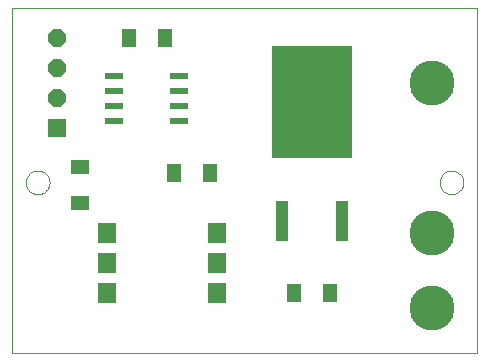
<source format=gtl>
G75*
%MOIN*%
%OFA0B0*%
%FSLAX24Y24*%
%IPPOS*%
%LPD*%
%AMOC8*
5,1,8,0,0,1.08239X$1,22.5*
%
%ADD10C,0.0000*%
%ADD11R,0.0598X0.0701*%
%ADD12R,0.0600X0.0600*%
%ADD13OC8,0.0600*%
%ADD14R,0.0394X0.1339*%
%ADD15R,0.2677X0.3780*%
%ADD16R,0.0512X0.0630*%
%ADD17R,0.0630X0.0512*%
%ADD18R,0.0600X0.0240*%
%ADD19C,0.1500*%
D10*
X000100Y000100D02*
X000100Y011596D01*
X015600Y011596D01*
X015600Y000100D01*
X000100Y000100D01*
X000576Y005800D02*
X000578Y005839D01*
X000584Y005878D01*
X000594Y005916D01*
X000607Y005953D01*
X000624Y005988D01*
X000644Y006022D01*
X000668Y006053D01*
X000695Y006082D01*
X000724Y006108D01*
X000756Y006131D01*
X000790Y006151D01*
X000826Y006167D01*
X000863Y006179D01*
X000902Y006188D01*
X000941Y006193D01*
X000980Y006194D01*
X001019Y006191D01*
X001058Y006184D01*
X001095Y006173D01*
X001132Y006159D01*
X001167Y006141D01*
X001200Y006120D01*
X001231Y006095D01*
X001259Y006068D01*
X001284Y006038D01*
X001306Y006005D01*
X001325Y005971D01*
X001340Y005935D01*
X001352Y005897D01*
X001360Y005859D01*
X001364Y005820D01*
X001364Y005780D01*
X001360Y005741D01*
X001352Y005703D01*
X001340Y005665D01*
X001325Y005629D01*
X001306Y005595D01*
X001284Y005562D01*
X001259Y005532D01*
X001231Y005505D01*
X001200Y005480D01*
X001167Y005459D01*
X001132Y005441D01*
X001095Y005427D01*
X001058Y005416D01*
X001019Y005409D01*
X000980Y005406D01*
X000941Y005407D01*
X000902Y005412D01*
X000863Y005421D01*
X000826Y005433D01*
X000790Y005449D01*
X000756Y005469D01*
X000724Y005492D01*
X000695Y005518D01*
X000668Y005547D01*
X000644Y005578D01*
X000624Y005612D01*
X000607Y005647D01*
X000594Y005684D01*
X000584Y005722D01*
X000578Y005761D01*
X000576Y005800D01*
X014366Y005800D02*
X014368Y005839D01*
X014374Y005878D01*
X014384Y005916D01*
X014397Y005953D01*
X014414Y005988D01*
X014434Y006022D01*
X014458Y006053D01*
X014485Y006082D01*
X014514Y006108D01*
X014546Y006131D01*
X014580Y006151D01*
X014616Y006167D01*
X014653Y006179D01*
X014692Y006188D01*
X014731Y006193D01*
X014770Y006194D01*
X014809Y006191D01*
X014848Y006184D01*
X014885Y006173D01*
X014922Y006159D01*
X014957Y006141D01*
X014990Y006120D01*
X015021Y006095D01*
X015049Y006068D01*
X015074Y006038D01*
X015096Y006005D01*
X015115Y005971D01*
X015130Y005935D01*
X015142Y005897D01*
X015150Y005859D01*
X015154Y005820D01*
X015154Y005780D01*
X015150Y005741D01*
X015142Y005703D01*
X015130Y005665D01*
X015115Y005629D01*
X015096Y005595D01*
X015074Y005562D01*
X015049Y005532D01*
X015021Y005505D01*
X014990Y005480D01*
X014957Y005459D01*
X014922Y005441D01*
X014885Y005427D01*
X014848Y005416D01*
X014809Y005409D01*
X014770Y005406D01*
X014731Y005407D01*
X014692Y005412D01*
X014653Y005421D01*
X014616Y005433D01*
X014580Y005449D01*
X014546Y005469D01*
X014514Y005492D01*
X014485Y005518D01*
X014458Y005547D01*
X014434Y005578D01*
X014414Y005612D01*
X014397Y005647D01*
X014384Y005684D01*
X014374Y005722D01*
X014368Y005761D01*
X014366Y005800D01*
D11*
X006929Y004100D03*
X006929Y003100D03*
X006929Y002100D03*
X003271Y002100D03*
X003271Y003100D03*
X003271Y004100D03*
D12*
X001600Y007600D03*
D13*
X001600Y008600D03*
X001600Y009600D03*
X001600Y010600D03*
D14*
X009100Y004502D03*
X011100Y004502D03*
D15*
X010100Y008478D03*
D16*
X006700Y006100D03*
X005500Y006100D03*
X009500Y002100D03*
X010700Y002100D03*
X005200Y010610D03*
X004000Y010610D03*
D17*
X002380Y006310D03*
X002380Y005110D03*
D18*
X003520Y007850D03*
X003520Y008350D03*
X003520Y008850D03*
X003520Y009350D03*
X005680Y009350D03*
X005680Y008850D03*
X005680Y008350D03*
X005680Y007850D03*
D19*
X014100Y009100D03*
X014100Y004100D03*
X014100Y001600D03*
M02*

</source>
